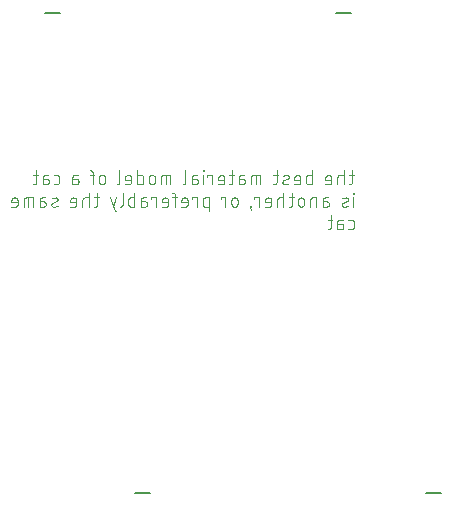
<source format=gbo>
G75*
%MOIN*%
%OFA0B0*%
%FSLAX25Y25*%
%IPPOS*%
%LPD*%
%AMOC8*
5,1,8,0,0,1.08239X$1,22.5*
%
%ADD10C,0.00400*%
%ADD11C,0.00800*%
D10*
X0284335Y0361925D02*
X0285613Y0361925D01*
X0285668Y0361927D01*
X0285722Y0361933D01*
X0285776Y0361943D01*
X0285829Y0361956D01*
X0285881Y0361973D01*
X0285932Y0361994D01*
X0285981Y0362019D01*
X0286028Y0362047D01*
X0286073Y0362078D01*
X0286115Y0362112D01*
X0286155Y0362150D01*
X0286193Y0362190D01*
X0286227Y0362232D01*
X0286258Y0362277D01*
X0286286Y0362324D01*
X0286311Y0362373D01*
X0286332Y0362424D01*
X0286349Y0362476D01*
X0286362Y0362529D01*
X0286372Y0362583D01*
X0286378Y0362637D01*
X0286380Y0362692D01*
X0286380Y0363969D01*
X0286380Y0363458D02*
X0284335Y0363458D01*
X0284335Y0363969D01*
X0284337Y0364032D01*
X0284343Y0364095D01*
X0284352Y0364157D01*
X0284366Y0364218D01*
X0284383Y0364279D01*
X0284404Y0364338D01*
X0284429Y0364396D01*
X0284457Y0364453D01*
X0284488Y0364507D01*
X0284523Y0364559D01*
X0284561Y0364610D01*
X0284602Y0364658D01*
X0284646Y0364703D01*
X0284692Y0364745D01*
X0284741Y0364785D01*
X0284792Y0364821D01*
X0284846Y0364854D01*
X0284901Y0364884D01*
X0284959Y0364910D01*
X0285017Y0364933D01*
X0285077Y0364952D01*
X0285138Y0364967D01*
X0285200Y0364979D01*
X0285263Y0364987D01*
X0285326Y0364991D01*
X0285388Y0364991D01*
X0285451Y0364987D01*
X0285514Y0364979D01*
X0285576Y0364967D01*
X0285637Y0364952D01*
X0285697Y0364933D01*
X0285755Y0364910D01*
X0285813Y0364884D01*
X0285868Y0364854D01*
X0285922Y0364821D01*
X0285973Y0364785D01*
X0286022Y0364745D01*
X0286068Y0364703D01*
X0286112Y0364658D01*
X0286153Y0364610D01*
X0286191Y0364559D01*
X0286226Y0364507D01*
X0286257Y0364453D01*
X0286285Y0364396D01*
X0286310Y0364338D01*
X0286331Y0364279D01*
X0286348Y0364218D01*
X0286362Y0364157D01*
X0286371Y0364095D01*
X0286377Y0364032D01*
X0286379Y0363969D01*
X0288474Y0364225D02*
X0288474Y0361925D01*
X0290007Y0361925D02*
X0290007Y0364992D01*
X0289241Y0364992D02*
X0291541Y0364992D01*
X0291541Y0361925D01*
X0293808Y0361925D02*
X0293808Y0364225D01*
X0293808Y0363714D02*
X0294958Y0363714D01*
X0293808Y0364225D02*
X0293810Y0364277D01*
X0293815Y0364329D01*
X0293824Y0364381D01*
X0293836Y0364432D01*
X0293852Y0364482D01*
X0293872Y0364531D01*
X0293894Y0364578D01*
X0293920Y0364624D01*
X0293948Y0364667D01*
X0293980Y0364709D01*
X0294014Y0364749D01*
X0294051Y0364786D01*
X0294091Y0364820D01*
X0294133Y0364852D01*
X0294176Y0364880D01*
X0294222Y0364906D01*
X0294269Y0364929D01*
X0294318Y0364948D01*
X0294368Y0364964D01*
X0294419Y0364976D01*
X0294471Y0364985D01*
X0294523Y0364990D01*
X0294575Y0364992D01*
X0295597Y0364992D01*
X0294958Y0363713D02*
X0295016Y0363711D01*
X0295075Y0363705D01*
X0295132Y0363696D01*
X0295189Y0363683D01*
X0295245Y0363666D01*
X0295300Y0363645D01*
X0295353Y0363621D01*
X0295405Y0363593D01*
X0295455Y0363562D01*
X0295502Y0363528D01*
X0295547Y0363491D01*
X0295590Y0363451D01*
X0295630Y0363408D01*
X0295667Y0363363D01*
X0295701Y0363316D01*
X0295732Y0363266D01*
X0295760Y0363214D01*
X0295784Y0363161D01*
X0295805Y0363106D01*
X0295822Y0363050D01*
X0295835Y0362993D01*
X0295844Y0362936D01*
X0295850Y0362877D01*
X0295852Y0362819D01*
X0295850Y0362761D01*
X0295844Y0362702D01*
X0295835Y0362645D01*
X0295822Y0362588D01*
X0295805Y0362532D01*
X0295784Y0362477D01*
X0295760Y0362424D01*
X0295732Y0362372D01*
X0295701Y0362322D01*
X0295667Y0362275D01*
X0295630Y0362230D01*
X0295590Y0362187D01*
X0295547Y0362147D01*
X0295502Y0362110D01*
X0295455Y0362076D01*
X0295405Y0362045D01*
X0295353Y0362017D01*
X0295300Y0361993D01*
X0295245Y0361972D01*
X0295189Y0361955D01*
X0295132Y0361942D01*
X0295075Y0361933D01*
X0295016Y0361927D01*
X0294958Y0361925D01*
X0293808Y0361925D01*
X0298068Y0363203D02*
X0299346Y0363714D01*
X0299346Y0363713D02*
X0299393Y0363734D01*
X0299438Y0363759D01*
X0299481Y0363786D01*
X0299521Y0363817D01*
X0299560Y0363851D01*
X0299595Y0363888D01*
X0299628Y0363927D01*
X0299657Y0363969D01*
X0299683Y0364013D01*
X0299706Y0364059D01*
X0299725Y0364106D01*
X0299740Y0364155D01*
X0299751Y0364205D01*
X0299759Y0364256D01*
X0299763Y0364307D01*
X0299762Y0364358D01*
X0299758Y0364409D01*
X0299750Y0364459D01*
X0299738Y0364509D01*
X0299722Y0364557D01*
X0299703Y0364605D01*
X0299680Y0364650D01*
X0299654Y0364694D01*
X0299624Y0364735D01*
X0299591Y0364775D01*
X0299555Y0364811D01*
X0299517Y0364845D01*
X0299476Y0364875D01*
X0299433Y0364903D01*
X0299387Y0364926D01*
X0299340Y0364947D01*
X0299292Y0364964D01*
X0299243Y0364976D01*
X0299192Y0364986D01*
X0299142Y0364991D01*
X0299091Y0364992D01*
X0299729Y0362181D02*
X0299606Y0362139D01*
X0299481Y0362100D01*
X0299356Y0362065D01*
X0299229Y0362034D01*
X0299101Y0362007D01*
X0298973Y0361984D01*
X0298844Y0361964D01*
X0298714Y0361949D01*
X0298585Y0361937D01*
X0298454Y0361929D01*
X0298324Y0361925D01*
X0298273Y0361926D01*
X0298223Y0361931D01*
X0298172Y0361941D01*
X0298123Y0361953D01*
X0298075Y0361970D01*
X0298028Y0361991D01*
X0297982Y0362014D01*
X0297939Y0362042D01*
X0297898Y0362072D01*
X0297860Y0362106D01*
X0297824Y0362142D01*
X0297791Y0362182D01*
X0297761Y0362223D01*
X0297735Y0362267D01*
X0297712Y0362312D01*
X0297693Y0362360D01*
X0297677Y0362408D01*
X0297665Y0362458D01*
X0297657Y0362508D01*
X0297653Y0362559D01*
X0297652Y0362610D01*
X0297656Y0362661D01*
X0297664Y0362712D01*
X0297675Y0362762D01*
X0297690Y0362811D01*
X0297709Y0362858D01*
X0297732Y0362904D01*
X0297758Y0362948D01*
X0297787Y0362990D01*
X0297820Y0363029D01*
X0297855Y0363066D01*
X0297894Y0363100D01*
X0297934Y0363131D01*
X0297977Y0363158D01*
X0298022Y0363183D01*
X0298069Y0363204D01*
X0297941Y0364736D02*
X0298031Y0364775D01*
X0298124Y0364811D01*
X0298217Y0364844D01*
X0298311Y0364873D01*
X0298406Y0364900D01*
X0298502Y0364923D01*
X0298599Y0364943D01*
X0298697Y0364959D01*
X0298795Y0364972D01*
X0298893Y0364982D01*
X0298992Y0364989D01*
X0299091Y0364992D01*
X0299482Y0369425D02*
X0298460Y0369425D01*
X0299482Y0369425D02*
X0299537Y0369427D01*
X0299591Y0369433D01*
X0299645Y0369443D01*
X0299698Y0369456D01*
X0299750Y0369473D01*
X0299801Y0369494D01*
X0299850Y0369519D01*
X0299897Y0369547D01*
X0299942Y0369578D01*
X0299984Y0369612D01*
X0300024Y0369650D01*
X0300062Y0369690D01*
X0300096Y0369732D01*
X0300127Y0369777D01*
X0300155Y0369824D01*
X0300180Y0369873D01*
X0300201Y0369924D01*
X0300218Y0369976D01*
X0300231Y0370029D01*
X0300241Y0370083D01*
X0300247Y0370137D01*
X0300249Y0370192D01*
X0300249Y0371725D01*
X0300247Y0371780D01*
X0300241Y0371834D01*
X0300231Y0371888D01*
X0300218Y0371941D01*
X0300201Y0371993D01*
X0300180Y0372044D01*
X0300155Y0372093D01*
X0300127Y0372140D01*
X0300096Y0372185D01*
X0300062Y0372227D01*
X0300024Y0372267D01*
X0299984Y0372305D01*
X0299942Y0372339D01*
X0299897Y0372370D01*
X0299850Y0372398D01*
X0299801Y0372423D01*
X0299750Y0372444D01*
X0299698Y0372461D01*
X0299645Y0372474D01*
X0299591Y0372484D01*
X0299537Y0372490D01*
X0299482Y0372492D01*
X0298460Y0372492D01*
X0296572Y0372492D02*
X0295550Y0372492D01*
X0295498Y0372490D01*
X0295446Y0372485D01*
X0295394Y0372476D01*
X0295343Y0372464D01*
X0295293Y0372448D01*
X0295244Y0372429D01*
X0295197Y0372406D01*
X0295151Y0372380D01*
X0295108Y0372352D01*
X0295066Y0372320D01*
X0295026Y0372286D01*
X0294989Y0372249D01*
X0294955Y0372209D01*
X0294923Y0372167D01*
X0294895Y0372124D01*
X0294869Y0372078D01*
X0294847Y0372031D01*
X0294827Y0371982D01*
X0294811Y0371932D01*
X0294799Y0371881D01*
X0294790Y0371829D01*
X0294785Y0371777D01*
X0294783Y0371725D01*
X0294783Y0369425D01*
X0295933Y0369425D01*
X0295991Y0369427D01*
X0296050Y0369433D01*
X0296107Y0369442D01*
X0296164Y0369455D01*
X0296220Y0369472D01*
X0296275Y0369493D01*
X0296328Y0369517D01*
X0296380Y0369545D01*
X0296430Y0369576D01*
X0296477Y0369610D01*
X0296522Y0369647D01*
X0296565Y0369687D01*
X0296605Y0369730D01*
X0296642Y0369775D01*
X0296676Y0369822D01*
X0296707Y0369872D01*
X0296735Y0369924D01*
X0296759Y0369977D01*
X0296780Y0370032D01*
X0296797Y0370088D01*
X0296810Y0370145D01*
X0296819Y0370202D01*
X0296825Y0370261D01*
X0296827Y0370319D01*
X0296825Y0370377D01*
X0296819Y0370436D01*
X0296810Y0370493D01*
X0296797Y0370550D01*
X0296780Y0370606D01*
X0296759Y0370661D01*
X0296735Y0370714D01*
X0296707Y0370766D01*
X0296676Y0370816D01*
X0296642Y0370863D01*
X0296605Y0370908D01*
X0296565Y0370951D01*
X0296522Y0370991D01*
X0296477Y0371028D01*
X0296430Y0371062D01*
X0296380Y0371093D01*
X0296328Y0371121D01*
X0296275Y0371145D01*
X0296220Y0371166D01*
X0296164Y0371183D01*
X0296107Y0371196D01*
X0296050Y0371205D01*
X0295991Y0371211D01*
X0295933Y0371213D01*
X0295933Y0371214D02*
X0294783Y0371214D01*
X0293135Y0372492D02*
X0291602Y0372492D01*
X0292624Y0374025D02*
X0292624Y0370192D01*
X0292622Y0370137D01*
X0292616Y0370083D01*
X0292606Y0370029D01*
X0292593Y0369976D01*
X0292576Y0369924D01*
X0292555Y0369873D01*
X0292530Y0369824D01*
X0292502Y0369777D01*
X0292471Y0369732D01*
X0292437Y0369690D01*
X0292399Y0369650D01*
X0292359Y0369612D01*
X0292317Y0369578D01*
X0292272Y0369547D01*
X0292225Y0369519D01*
X0292176Y0369494D01*
X0292125Y0369473D01*
X0292073Y0369456D01*
X0292020Y0369443D01*
X0291966Y0369433D01*
X0291912Y0369427D01*
X0291857Y0369425D01*
X0291602Y0369425D01*
X0289241Y0364992D02*
X0289186Y0364990D01*
X0289132Y0364984D01*
X0289078Y0364974D01*
X0289025Y0364961D01*
X0288973Y0364944D01*
X0288922Y0364923D01*
X0288873Y0364898D01*
X0288826Y0364870D01*
X0288781Y0364839D01*
X0288739Y0364805D01*
X0288699Y0364767D01*
X0288661Y0364727D01*
X0288627Y0364685D01*
X0288596Y0364640D01*
X0288568Y0364593D01*
X0288543Y0364544D01*
X0288522Y0364493D01*
X0288505Y0364441D01*
X0288492Y0364388D01*
X0288482Y0364334D01*
X0288476Y0364280D01*
X0288474Y0364225D01*
X0303985Y0363969D02*
X0303985Y0363458D01*
X0306030Y0363458D01*
X0306030Y0363969D02*
X0306030Y0362692D01*
X0306028Y0362637D01*
X0306022Y0362583D01*
X0306012Y0362529D01*
X0305999Y0362476D01*
X0305982Y0362424D01*
X0305961Y0362373D01*
X0305936Y0362324D01*
X0305908Y0362277D01*
X0305877Y0362232D01*
X0305843Y0362190D01*
X0305805Y0362150D01*
X0305765Y0362112D01*
X0305723Y0362078D01*
X0305678Y0362047D01*
X0305631Y0362019D01*
X0305582Y0361994D01*
X0305531Y0361973D01*
X0305479Y0361956D01*
X0305426Y0361943D01*
X0305372Y0361933D01*
X0305318Y0361927D01*
X0305263Y0361925D01*
X0303985Y0361925D01*
X0303985Y0363969D02*
X0303987Y0364032D01*
X0303993Y0364095D01*
X0304002Y0364157D01*
X0304016Y0364218D01*
X0304033Y0364279D01*
X0304054Y0364338D01*
X0304079Y0364396D01*
X0304107Y0364453D01*
X0304138Y0364507D01*
X0304173Y0364559D01*
X0304211Y0364610D01*
X0304252Y0364658D01*
X0304296Y0364703D01*
X0304342Y0364745D01*
X0304391Y0364785D01*
X0304442Y0364821D01*
X0304496Y0364854D01*
X0304551Y0364884D01*
X0304609Y0364910D01*
X0304667Y0364933D01*
X0304727Y0364952D01*
X0304788Y0364967D01*
X0304850Y0364979D01*
X0304913Y0364987D01*
X0304976Y0364991D01*
X0305038Y0364991D01*
X0305101Y0364987D01*
X0305164Y0364979D01*
X0305226Y0364967D01*
X0305287Y0364952D01*
X0305347Y0364933D01*
X0305405Y0364910D01*
X0305463Y0364884D01*
X0305518Y0364854D01*
X0305572Y0364821D01*
X0305623Y0364785D01*
X0305672Y0364745D01*
X0305718Y0364703D01*
X0305762Y0364658D01*
X0305803Y0364610D01*
X0305841Y0364559D01*
X0305876Y0364507D01*
X0305907Y0364453D01*
X0305935Y0364396D01*
X0305960Y0364338D01*
X0305981Y0364279D01*
X0305998Y0364218D01*
X0306012Y0364157D01*
X0306021Y0364095D01*
X0306027Y0364032D01*
X0306029Y0363969D01*
X0308035Y0364225D02*
X0308035Y0361925D01*
X0310080Y0361925D02*
X0310080Y0366525D01*
X0310080Y0364992D02*
X0308802Y0364992D01*
X0308747Y0364990D01*
X0308693Y0364984D01*
X0308639Y0364974D01*
X0308586Y0364961D01*
X0308534Y0364944D01*
X0308483Y0364923D01*
X0308434Y0364898D01*
X0308387Y0364870D01*
X0308342Y0364839D01*
X0308300Y0364805D01*
X0308260Y0364767D01*
X0308222Y0364727D01*
X0308188Y0364685D01*
X0308157Y0364640D01*
X0308129Y0364593D01*
X0308104Y0364544D01*
X0308083Y0364493D01*
X0308066Y0364441D01*
X0308053Y0364388D01*
X0308043Y0364334D01*
X0308037Y0364280D01*
X0308035Y0364225D01*
X0311927Y0364992D02*
X0313460Y0364992D01*
X0312949Y0366525D02*
X0312949Y0362692D01*
X0312950Y0362692D02*
X0312948Y0362637D01*
X0312942Y0362583D01*
X0312932Y0362529D01*
X0312919Y0362476D01*
X0312902Y0362424D01*
X0312881Y0362373D01*
X0312856Y0362324D01*
X0312828Y0362277D01*
X0312797Y0362232D01*
X0312763Y0362190D01*
X0312725Y0362150D01*
X0312685Y0362112D01*
X0312643Y0362078D01*
X0312598Y0362047D01*
X0312551Y0362019D01*
X0312502Y0361994D01*
X0312451Y0361973D01*
X0312399Y0361956D01*
X0312346Y0361943D01*
X0312292Y0361933D01*
X0312238Y0361927D01*
X0312183Y0361925D01*
X0311927Y0361925D01*
X0317185Y0364992D02*
X0318718Y0360392D01*
X0319230Y0360392D01*
X0318207Y0361925D02*
X0319230Y0364992D01*
X0321421Y0366525D02*
X0321421Y0362692D01*
X0321419Y0362637D01*
X0321413Y0362583D01*
X0321403Y0362529D01*
X0321390Y0362476D01*
X0321373Y0362424D01*
X0321352Y0362373D01*
X0321327Y0362324D01*
X0321299Y0362277D01*
X0321268Y0362232D01*
X0321234Y0362190D01*
X0321196Y0362150D01*
X0321156Y0362112D01*
X0321114Y0362078D01*
X0321069Y0362047D01*
X0321022Y0362019D01*
X0320973Y0361994D01*
X0320922Y0361973D01*
X0320870Y0361956D01*
X0320817Y0361943D01*
X0320763Y0361933D01*
X0320709Y0361927D01*
X0320654Y0361925D01*
X0323312Y0362692D02*
X0323312Y0364225D01*
X0323314Y0364277D01*
X0323319Y0364329D01*
X0323328Y0364381D01*
X0323340Y0364432D01*
X0323356Y0364482D01*
X0323376Y0364531D01*
X0323398Y0364578D01*
X0323424Y0364624D01*
X0323452Y0364667D01*
X0323484Y0364709D01*
X0323518Y0364749D01*
X0323555Y0364786D01*
X0323595Y0364820D01*
X0323637Y0364852D01*
X0323680Y0364880D01*
X0323726Y0364906D01*
X0323773Y0364929D01*
X0323822Y0364948D01*
X0323872Y0364964D01*
X0323923Y0364976D01*
X0323975Y0364985D01*
X0324027Y0364990D01*
X0324079Y0364992D01*
X0325356Y0364992D01*
X0325356Y0366525D02*
X0325356Y0361925D01*
X0324079Y0361925D01*
X0324024Y0361927D01*
X0323970Y0361933D01*
X0323916Y0361943D01*
X0323863Y0361956D01*
X0323811Y0361973D01*
X0323760Y0361994D01*
X0323711Y0362019D01*
X0323664Y0362047D01*
X0323619Y0362078D01*
X0323577Y0362112D01*
X0323537Y0362150D01*
X0323499Y0362190D01*
X0323465Y0362232D01*
X0323434Y0362277D01*
X0323406Y0362324D01*
X0323381Y0362373D01*
X0323360Y0362424D01*
X0323343Y0362476D01*
X0323330Y0362529D01*
X0323320Y0362583D01*
X0323314Y0362637D01*
X0323312Y0362692D01*
X0327558Y0361925D02*
X0327558Y0364225D01*
X0327558Y0363714D02*
X0328708Y0363714D01*
X0327558Y0364225D02*
X0327560Y0364277D01*
X0327565Y0364329D01*
X0327574Y0364381D01*
X0327586Y0364432D01*
X0327602Y0364482D01*
X0327622Y0364531D01*
X0327644Y0364578D01*
X0327670Y0364624D01*
X0327698Y0364667D01*
X0327730Y0364709D01*
X0327764Y0364749D01*
X0327801Y0364786D01*
X0327841Y0364820D01*
X0327883Y0364852D01*
X0327926Y0364880D01*
X0327972Y0364906D01*
X0328019Y0364929D01*
X0328068Y0364948D01*
X0328118Y0364964D01*
X0328169Y0364976D01*
X0328221Y0364985D01*
X0328273Y0364990D01*
X0328325Y0364992D01*
X0329347Y0364992D01*
X0331020Y0364992D02*
X0331020Y0364481D01*
X0331020Y0364992D02*
X0332553Y0364992D01*
X0332553Y0361925D01*
X0334585Y0361925D02*
X0335863Y0361925D01*
X0335918Y0361927D01*
X0335972Y0361933D01*
X0336026Y0361943D01*
X0336079Y0361956D01*
X0336131Y0361973D01*
X0336182Y0361994D01*
X0336231Y0362019D01*
X0336278Y0362047D01*
X0336323Y0362078D01*
X0336365Y0362112D01*
X0336405Y0362150D01*
X0336443Y0362190D01*
X0336477Y0362232D01*
X0336508Y0362277D01*
X0336536Y0362324D01*
X0336561Y0362373D01*
X0336582Y0362424D01*
X0336599Y0362476D01*
X0336612Y0362529D01*
X0336622Y0362583D01*
X0336628Y0362637D01*
X0336630Y0362692D01*
X0336630Y0363969D01*
X0336630Y0363458D02*
X0334585Y0363458D01*
X0334585Y0363969D01*
X0334587Y0364032D01*
X0334593Y0364095D01*
X0334602Y0364157D01*
X0334616Y0364218D01*
X0334633Y0364279D01*
X0334654Y0364338D01*
X0334679Y0364396D01*
X0334707Y0364453D01*
X0334738Y0364507D01*
X0334773Y0364559D01*
X0334811Y0364610D01*
X0334852Y0364658D01*
X0334896Y0364703D01*
X0334942Y0364745D01*
X0334991Y0364785D01*
X0335042Y0364821D01*
X0335096Y0364854D01*
X0335151Y0364884D01*
X0335209Y0364910D01*
X0335267Y0364933D01*
X0335327Y0364952D01*
X0335388Y0364967D01*
X0335450Y0364979D01*
X0335513Y0364987D01*
X0335576Y0364991D01*
X0335638Y0364991D01*
X0335701Y0364987D01*
X0335764Y0364979D01*
X0335826Y0364967D01*
X0335887Y0364952D01*
X0335947Y0364933D01*
X0336005Y0364910D01*
X0336063Y0364884D01*
X0336118Y0364854D01*
X0336172Y0364821D01*
X0336223Y0364785D01*
X0336272Y0364745D01*
X0336318Y0364703D01*
X0336362Y0364658D01*
X0336403Y0364610D01*
X0336441Y0364559D01*
X0336476Y0364507D01*
X0336507Y0364453D01*
X0336535Y0364396D01*
X0336560Y0364338D01*
X0336581Y0364279D01*
X0336598Y0364218D01*
X0336612Y0364157D01*
X0336621Y0364095D01*
X0336627Y0364032D01*
X0336629Y0363969D01*
X0337911Y0364992D02*
X0339444Y0364992D01*
X0338933Y0365758D02*
X0338933Y0361925D01*
X0341035Y0361925D02*
X0342313Y0361925D01*
X0342368Y0361927D01*
X0342422Y0361933D01*
X0342476Y0361943D01*
X0342529Y0361956D01*
X0342581Y0361973D01*
X0342632Y0361994D01*
X0342681Y0362019D01*
X0342728Y0362047D01*
X0342773Y0362078D01*
X0342815Y0362112D01*
X0342855Y0362150D01*
X0342893Y0362190D01*
X0342927Y0362232D01*
X0342958Y0362277D01*
X0342986Y0362324D01*
X0343011Y0362373D01*
X0343032Y0362424D01*
X0343049Y0362476D01*
X0343062Y0362529D01*
X0343072Y0362583D01*
X0343078Y0362637D01*
X0343080Y0362692D01*
X0343080Y0363969D01*
X0343080Y0363458D02*
X0341035Y0363458D01*
X0341035Y0363969D01*
X0341037Y0364032D01*
X0341043Y0364095D01*
X0341052Y0364157D01*
X0341066Y0364218D01*
X0341083Y0364279D01*
X0341104Y0364338D01*
X0341129Y0364396D01*
X0341157Y0364453D01*
X0341188Y0364507D01*
X0341223Y0364559D01*
X0341261Y0364610D01*
X0341302Y0364658D01*
X0341346Y0364703D01*
X0341392Y0364745D01*
X0341441Y0364785D01*
X0341492Y0364821D01*
X0341546Y0364854D01*
X0341601Y0364884D01*
X0341659Y0364910D01*
X0341717Y0364933D01*
X0341777Y0364952D01*
X0341838Y0364967D01*
X0341900Y0364979D01*
X0341963Y0364987D01*
X0342026Y0364991D01*
X0342088Y0364991D01*
X0342151Y0364987D01*
X0342214Y0364979D01*
X0342276Y0364967D01*
X0342337Y0364952D01*
X0342397Y0364933D01*
X0342455Y0364910D01*
X0342513Y0364884D01*
X0342568Y0364854D01*
X0342622Y0364821D01*
X0342673Y0364785D01*
X0342722Y0364745D01*
X0342768Y0364703D01*
X0342812Y0364658D01*
X0342853Y0364610D01*
X0342891Y0364559D01*
X0342926Y0364507D01*
X0342957Y0364453D01*
X0342985Y0364396D01*
X0343010Y0364338D01*
X0343031Y0364279D01*
X0343048Y0364218D01*
X0343062Y0364157D01*
X0343071Y0364095D01*
X0343077Y0364032D01*
X0343079Y0363969D01*
X0344520Y0364481D02*
X0344520Y0364992D01*
X0346053Y0364992D01*
X0346053Y0361925D01*
X0348062Y0362692D02*
X0348062Y0364225D01*
X0348064Y0364280D01*
X0348070Y0364334D01*
X0348080Y0364388D01*
X0348093Y0364441D01*
X0348110Y0364493D01*
X0348131Y0364544D01*
X0348156Y0364593D01*
X0348184Y0364640D01*
X0348215Y0364685D01*
X0348249Y0364727D01*
X0348287Y0364767D01*
X0348327Y0364805D01*
X0348369Y0364839D01*
X0348414Y0364870D01*
X0348461Y0364898D01*
X0348510Y0364923D01*
X0348561Y0364944D01*
X0348613Y0364961D01*
X0348666Y0364974D01*
X0348720Y0364984D01*
X0348774Y0364990D01*
X0348829Y0364992D01*
X0350106Y0364992D01*
X0350106Y0360392D01*
X0350106Y0361925D02*
X0348829Y0361925D01*
X0348777Y0361927D01*
X0348725Y0361932D01*
X0348673Y0361941D01*
X0348622Y0361953D01*
X0348572Y0361969D01*
X0348523Y0361988D01*
X0348476Y0362011D01*
X0348430Y0362037D01*
X0348387Y0362065D01*
X0348345Y0362097D01*
X0348305Y0362131D01*
X0348268Y0362168D01*
X0348234Y0362208D01*
X0348202Y0362250D01*
X0348174Y0362293D01*
X0348148Y0362339D01*
X0348126Y0362386D01*
X0348106Y0362435D01*
X0348090Y0362485D01*
X0348078Y0362536D01*
X0348069Y0362588D01*
X0348064Y0362640D01*
X0348062Y0362692D01*
X0354120Y0364481D02*
X0354120Y0364992D01*
X0355653Y0364992D01*
X0355653Y0361925D01*
X0357685Y0362947D02*
X0357685Y0363969D01*
X0357687Y0364032D01*
X0357693Y0364095D01*
X0357702Y0364157D01*
X0357716Y0364218D01*
X0357733Y0364279D01*
X0357754Y0364338D01*
X0357779Y0364396D01*
X0357807Y0364453D01*
X0357838Y0364507D01*
X0357873Y0364559D01*
X0357911Y0364610D01*
X0357952Y0364658D01*
X0357996Y0364703D01*
X0358042Y0364745D01*
X0358091Y0364785D01*
X0358142Y0364821D01*
X0358196Y0364854D01*
X0358251Y0364884D01*
X0358309Y0364910D01*
X0358367Y0364933D01*
X0358427Y0364952D01*
X0358488Y0364967D01*
X0358550Y0364979D01*
X0358613Y0364987D01*
X0358676Y0364991D01*
X0358738Y0364991D01*
X0358801Y0364987D01*
X0358864Y0364979D01*
X0358926Y0364967D01*
X0358987Y0364952D01*
X0359047Y0364933D01*
X0359105Y0364910D01*
X0359163Y0364884D01*
X0359218Y0364854D01*
X0359272Y0364821D01*
X0359323Y0364785D01*
X0359372Y0364745D01*
X0359418Y0364703D01*
X0359462Y0364658D01*
X0359503Y0364610D01*
X0359541Y0364559D01*
X0359576Y0364507D01*
X0359607Y0364453D01*
X0359635Y0364396D01*
X0359660Y0364338D01*
X0359681Y0364279D01*
X0359698Y0364218D01*
X0359712Y0364157D01*
X0359721Y0364095D01*
X0359727Y0364032D01*
X0359729Y0363969D01*
X0359729Y0362947D01*
X0359727Y0362884D01*
X0359721Y0362821D01*
X0359712Y0362759D01*
X0359698Y0362698D01*
X0359681Y0362637D01*
X0359660Y0362578D01*
X0359635Y0362520D01*
X0359607Y0362463D01*
X0359576Y0362409D01*
X0359541Y0362357D01*
X0359503Y0362306D01*
X0359462Y0362258D01*
X0359418Y0362213D01*
X0359372Y0362171D01*
X0359323Y0362131D01*
X0359272Y0362095D01*
X0359218Y0362062D01*
X0359163Y0362032D01*
X0359105Y0362006D01*
X0359047Y0361983D01*
X0358987Y0361964D01*
X0358926Y0361949D01*
X0358864Y0361937D01*
X0358801Y0361929D01*
X0358738Y0361925D01*
X0358676Y0361925D01*
X0358613Y0361929D01*
X0358550Y0361937D01*
X0358488Y0361949D01*
X0358427Y0361964D01*
X0358367Y0361983D01*
X0358309Y0362006D01*
X0358251Y0362032D01*
X0358196Y0362062D01*
X0358142Y0362095D01*
X0358091Y0362131D01*
X0358042Y0362171D01*
X0357996Y0362213D01*
X0357952Y0362258D01*
X0357911Y0362306D01*
X0357873Y0362357D01*
X0357838Y0362409D01*
X0357807Y0362463D01*
X0357779Y0362520D01*
X0357754Y0362578D01*
X0357733Y0362637D01*
X0357716Y0362698D01*
X0357702Y0362759D01*
X0357693Y0362821D01*
X0357687Y0362884D01*
X0357685Y0362947D01*
X0363846Y0362181D02*
X0363846Y0361925D01*
X0364230Y0360903D01*
X0364102Y0361925D02*
X0364102Y0362181D01*
X0363846Y0362181D01*
X0363846Y0361925D02*
X0364102Y0361925D01*
X0366903Y0361925D02*
X0366903Y0364992D01*
X0365370Y0364992D01*
X0365370Y0364481D01*
X0368935Y0363969D02*
X0368935Y0363458D01*
X0370979Y0363458D01*
X0370979Y0363969D02*
X0370979Y0362692D01*
X0370980Y0362692D02*
X0370978Y0362637D01*
X0370972Y0362583D01*
X0370962Y0362529D01*
X0370949Y0362476D01*
X0370932Y0362424D01*
X0370911Y0362373D01*
X0370886Y0362324D01*
X0370858Y0362277D01*
X0370827Y0362232D01*
X0370793Y0362190D01*
X0370755Y0362150D01*
X0370715Y0362112D01*
X0370673Y0362078D01*
X0370628Y0362047D01*
X0370581Y0362019D01*
X0370532Y0361994D01*
X0370481Y0361973D01*
X0370429Y0361956D01*
X0370376Y0361943D01*
X0370322Y0361933D01*
X0370268Y0361927D01*
X0370213Y0361925D01*
X0368935Y0361925D01*
X0368935Y0363969D02*
X0368937Y0364032D01*
X0368943Y0364095D01*
X0368952Y0364157D01*
X0368966Y0364218D01*
X0368983Y0364279D01*
X0369004Y0364338D01*
X0369029Y0364396D01*
X0369057Y0364453D01*
X0369088Y0364507D01*
X0369123Y0364559D01*
X0369161Y0364610D01*
X0369202Y0364658D01*
X0369246Y0364703D01*
X0369292Y0364745D01*
X0369341Y0364785D01*
X0369392Y0364821D01*
X0369446Y0364854D01*
X0369501Y0364884D01*
X0369559Y0364910D01*
X0369617Y0364933D01*
X0369677Y0364952D01*
X0369738Y0364967D01*
X0369800Y0364979D01*
X0369863Y0364987D01*
X0369926Y0364991D01*
X0369988Y0364991D01*
X0370051Y0364987D01*
X0370114Y0364979D01*
X0370176Y0364967D01*
X0370237Y0364952D01*
X0370297Y0364933D01*
X0370355Y0364910D01*
X0370413Y0364884D01*
X0370468Y0364854D01*
X0370522Y0364821D01*
X0370573Y0364785D01*
X0370622Y0364745D01*
X0370668Y0364703D01*
X0370712Y0364658D01*
X0370753Y0364610D01*
X0370791Y0364559D01*
X0370826Y0364507D01*
X0370857Y0364453D01*
X0370885Y0364396D01*
X0370910Y0364338D01*
X0370931Y0364279D01*
X0370948Y0364218D01*
X0370962Y0364157D01*
X0370971Y0364095D01*
X0370977Y0364032D01*
X0370979Y0363969D01*
X0372985Y0364225D02*
X0372985Y0361925D01*
X0375029Y0361925D02*
X0375029Y0366525D01*
X0375029Y0364992D02*
X0373752Y0364992D01*
X0373697Y0364990D01*
X0373643Y0364984D01*
X0373589Y0364974D01*
X0373536Y0364961D01*
X0373484Y0364944D01*
X0373433Y0364923D01*
X0373384Y0364898D01*
X0373337Y0364870D01*
X0373292Y0364839D01*
X0373250Y0364805D01*
X0373210Y0364767D01*
X0373172Y0364727D01*
X0373138Y0364685D01*
X0373107Y0364640D01*
X0373079Y0364593D01*
X0373054Y0364544D01*
X0373033Y0364493D01*
X0373016Y0364441D01*
X0373003Y0364388D01*
X0372993Y0364334D01*
X0372987Y0364280D01*
X0372985Y0364225D01*
X0376877Y0364992D02*
X0378410Y0364992D01*
X0377899Y0366525D02*
X0377899Y0362692D01*
X0377900Y0362692D02*
X0377898Y0362637D01*
X0377892Y0362583D01*
X0377882Y0362529D01*
X0377869Y0362476D01*
X0377852Y0362424D01*
X0377831Y0362373D01*
X0377806Y0362324D01*
X0377778Y0362277D01*
X0377747Y0362232D01*
X0377713Y0362190D01*
X0377675Y0362150D01*
X0377635Y0362112D01*
X0377593Y0362078D01*
X0377548Y0362047D01*
X0377501Y0362019D01*
X0377452Y0361994D01*
X0377401Y0361973D01*
X0377349Y0361956D01*
X0377296Y0361943D01*
X0377242Y0361933D01*
X0377188Y0361927D01*
X0377133Y0361925D01*
X0376877Y0361925D01*
X0379885Y0362947D02*
X0379885Y0363969D01*
X0379887Y0364032D01*
X0379893Y0364095D01*
X0379902Y0364157D01*
X0379916Y0364218D01*
X0379933Y0364279D01*
X0379954Y0364338D01*
X0379979Y0364396D01*
X0380007Y0364453D01*
X0380038Y0364507D01*
X0380073Y0364559D01*
X0380111Y0364610D01*
X0380152Y0364658D01*
X0380196Y0364703D01*
X0380242Y0364745D01*
X0380291Y0364785D01*
X0380342Y0364821D01*
X0380396Y0364854D01*
X0380451Y0364884D01*
X0380509Y0364910D01*
X0380567Y0364933D01*
X0380627Y0364952D01*
X0380688Y0364967D01*
X0380750Y0364979D01*
X0380813Y0364987D01*
X0380876Y0364991D01*
X0380938Y0364991D01*
X0381001Y0364987D01*
X0381064Y0364979D01*
X0381126Y0364967D01*
X0381187Y0364952D01*
X0381247Y0364933D01*
X0381305Y0364910D01*
X0381363Y0364884D01*
X0381418Y0364854D01*
X0381472Y0364821D01*
X0381523Y0364785D01*
X0381572Y0364745D01*
X0381618Y0364703D01*
X0381662Y0364658D01*
X0381703Y0364610D01*
X0381741Y0364559D01*
X0381776Y0364507D01*
X0381807Y0364453D01*
X0381835Y0364396D01*
X0381860Y0364338D01*
X0381881Y0364279D01*
X0381898Y0364218D01*
X0381912Y0364157D01*
X0381921Y0364095D01*
X0381927Y0364032D01*
X0381929Y0363969D01*
X0381929Y0362947D01*
X0381927Y0362884D01*
X0381921Y0362821D01*
X0381912Y0362759D01*
X0381898Y0362698D01*
X0381881Y0362637D01*
X0381860Y0362578D01*
X0381835Y0362520D01*
X0381807Y0362463D01*
X0381776Y0362409D01*
X0381741Y0362357D01*
X0381703Y0362306D01*
X0381662Y0362258D01*
X0381618Y0362213D01*
X0381572Y0362171D01*
X0381523Y0362131D01*
X0381472Y0362095D01*
X0381418Y0362062D01*
X0381363Y0362032D01*
X0381305Y0362006D01*
X0381247Y0361983D01*
X0381187Y0361964D01*
X0381126Y0361949D01*
X0381064Y0361937D01*
X0381001Y0361929D01*
X0380938Y0361925D01*
X0380876Y0361925D01*
X0380813Y0361929D01*
X0380750Y0361937D01*
X0380688Y0361949D01*
X0380627Y0361964D01*
X0380567Y0361983D01*
X0380509Y0362006D01*
X0380451Y0362032D01*
X0380396Y0362062D01*
X0380342Y0362095D01*
X0380291Y0362131D01*
X0380242Y0362171D01*
X0380196Y0362213D01*
X0380152Y0362258D01*
X0380111Y0362306D01*
X0380073Y0362357D01*
X0380038Y0362409D01*
X0380007Y0362463D01*
X0379979Y0362520D01*
X0379954Y0362578D01*
X0379933Y0362637D01*
X0379916Y0362698D01*
X0379902Y0362759D01*
X0379893Y0362821D01*
X0379887Y0362884D01*
X0379885Y0362947D01*
X0383935Y0361925D02*
X0383935Y0364225D01*
X0383937Y0364280D01*
X0383943Y0364334D01*
X0383953Y0364388D01*
X0383966Y0364441D01*
X0383983Y0364493D01*
X0384004Y0364544D01*
X0384029Y0364593D01*
X0384057Y0364640D01*
X0384088Y0364685D01*
X0384122Y0364727D01*
X0384160Y0364767D01*
X0384200Y0364805D01*
X0384242Y0364839D01*
X0384287Y0364870D01*
X0384334Y0364898D01*
X0384383Y0364923D01*
X0384434Y0364944D01*
X0384486Y0364961D01*
X0384539Y0364974D01*
X0384593Y0364984D01*
X0384647Y0364990D01*
X0384702Y0364992D01*
X0385979Y0364992D01*
X0385979Y0361925D01*
X0388158Y0361925D02*
X0388158Y0364225D01*
X0388158Y0363714D02*
X0389308Y0363714D01*
X0388158Y0364225D02*
X0388160Y0364277D01*
X0388165Y0364329D01*
X0388174Y0364381D01*
X0388186Y0364432D01*
X0388202Y0364482D01*
X0388222Y0364531D01*
X0388244Y0364578D01*
X0388270Y0364624D01*
X0388298Y0364667D01*
X0388330Y0364709D01*
X0388364Y0364749D01*
X0388401Y0364786D01*
X0388441Y0364820D01*
X0388483Y0364852D01*
X0388526Y0364880D01*
X0388572Y0364906D01*
X0388619Y0364929D01*
X0388668Y0364948D01*
X0388718Y0364964D01*
X0388769Y0364976D01*
X0388821Y0364985D01*
X0388873Y0364990D01*
X0388925Y0364992D01*
X0389947Y0364992D01*
X0389308Y0363713D02*
X0389366Y0363711D01*
X0389425Y0363705D01*
X0389482Y0363696D01*
X0389539Y0363683D01*
X0389595Y0363666D01*
X0389650Y0363645D01*
X0389703Y0363621D01*
X0389755Y0363593D01*
X0389805Y0363562D01*
X0389852Y0363528D01*
X0389897Y0363491D01*
X0389940Y0363451D01*
X0389980Y0363408D01*
X0390017Y0363363D01*
X0390051Y0363316D01*
X0390082Y0363266D01*
X0390110Y0363214D01*
X0390134Y0363161D01*
X0390155Y0363106D01*
X0390172Y0363050D01*
X0390185Y0362993D01*
X0390194Y0362936D01*
X0390200Y0362877D01*
X0390202Y0362819D01*
X0390200Y0362761D01*
X0390194Y0362702D01*
X0390185Y0362645D01*
X0390172Y0362588D01*
X0390155Y0362532D01*
X0390134Y0362477D01*
X0390110Y0362424D01*
X0390082Y0362372D01*
X0390051Y0362322D01*
X0390017Y0362275D01*
X0389980Y0362230D01*
X0389940Y0362187D01*
X0389897Y0362147D01*
X0389852Y0362110D01*
X0389805Y0362076D01*
X0389755Y0362045D01*
X0389703Y0362017D01*
X0389650Y0361993D01*
X0389595Y0361972D01*
X0389539Y0361955D01*
X0389482Y0361942D01*
X0389425Y0361933D01*
X0389366Y0361927D01*
X0389308Y0361925D01*
X0388158Y0361925D01*
X0390810Y0359025D02*
X0390810Y0355192D01*
X0390808Y0355137D01*
X0390802Y0355083D01*
X0390792Y0355029D01*
X0390779Y0354976D01*
X0390762Y0354924D01*
X0390741Y0354873D01*
X0390716Y0354824D01*
X0390688Y0354777D01*
X0390657Y0354732D01*
X0390623Y0354690D01*
X0390585Y0354650D01*
X0390545Y0354612D01*
X0390503Y0354578D01*
X0390458Y0354547D01*
X0390411Y0354519D01*
X0390362Y0354494D01*
X0390311Y0354473D01*
X0390259Y0354456D01*
X0390206Y0354443D01*
X0390152Y0354433D01*
X0390098Y0354427D01*
X0390043Y0354425D01*
X0389788Y0354425D01*
X0389788Y0357492D02*
X0391321Y0357492D01*
X0392969Y0356725D02*
X0392969Y0354425D01*
X0394119Y0354425D01*
X0394177Y0354427D01*
X0394236Y0354433D01*
X0394293Y0354442D01*
X0394350Y0354455D01*
X0394406Y0354472D01*
X0394461Y0354493D01*
X0394514Y0354517D01*
X0394566Y0354545D01*
X0394616Y0354576D01*
X0394663Y0354610D01*
X0394708Y0354647D01*
X0394751Y0354687D01*
X0394791Y0354730D01*
X0394828Y0354775D01*
X0394862Y0354822D01*
X0394893Y0354872D01*
X0394921Y0354924D01*
X0394945Y0354977D01*
X0394966Y0355032D01*
X0394983Y0355088D01*
X0394996Y0355145D01*
X0395005Y0355202D01*
X0395011Y0355261D01*
X0395013Y0355319D01*
X0395011Y0355377D01*
X0395005Y0355436D01*
X0394996Y0355493D01*
X0394983Y0355550D01*
X0394966Y0355606D01*
X0394945Y0355661D01*
X0394921Y0355714D01*
X0394893Y0355766D01*
X0394862Y0355816D01*
X0394828Y0355863D01*
X0394791Y0355908D01*
X0394751Y0355951D01*
X0394708Y0355991D01*
X0394663Y0356028D01*
X0394616Y0356062D01*
X0394566Y0356093D01*
X0394514Y0356121D01*
X0394461Y0356145D01*
X0394406Y0356166D01*
X0394350Y0356183D01*
X0394293Y0356196D01*
X0394236Y0356205D01*
X0394177Y0356211D01*
X0394119Y0356213D01*
X0394119Y0356214D02*
X0392969Y0356214D01*
X0392969Y0356725D02*
X0392971Y0356777D01*
X0392976Y0356829D01*
X0392985Y0356881D01*
X0392997Y0356932D01*
X0393013Y0356982D01*
X0393033Y0357031D01*
X0393055Y0357078D01*
X0393081Y0357124D01*
X0393109Y0357167D01*
X0393141Y0357209D01*
X0393175Y0357249D01*
X0393212Y0357286D01*
X0393252Y0357320D01*
X0393294Y0357352D01*
X0393337Y0357380D01*
X0393383Y0357406D01*
X0393430Y0357429D01*
X0393479Y0357448D01*
X0393529Y0357464D01*
X0393580Y0357476D01*
X0393632Y0357485D01*
X0393684Y0357490D01*
X0393736Y0357492D01*
X0394758Y0357492D01*
X0396646Y0357492D02*
X0397668Y0357492D01*
X0397723Y0357490D01*
X0397777Y0357484D01*
X0397831Y0357474D01*
X0397884Y0357461D01*
X0397936Y0357444D01*
X0397987Y0357423D01*
X0398036Y0357398D01*
X0398083Y0357370D01*
X0398128Y0357339D01*
X0398170Y0357305D01*
X0398210Y0357267D01*
X0398248Y0357227D01*
X0398282Y0357185D01*
X0398313Y0357140D01*
X0398341Y0357093D01*
X0398366Y0357044D01*
X0398387Y0356993D01*
X0398404Y0356941D01*
X0398417Y0356888D01*
X0398427Y0356834D01*
X0398433Y0356780D01*
X0398435Y0356725D01*
X0398435Y0355192D01*
X0398433Y0355137D01*
X0398427Y0355083D01*
X0398417Y0355029D01*
X0398404Y0354976D01*
X0398387Y0354924D01*
X0398366Y0354873D01*
X0398341Y0354824D01*
X0398313Y0354777D01*
X0398282Y0354732D01*
X0398248Y0354690D01*
X0398210Y0354650D01*
X0398170Y0354612D01*
X0398128Y0354578D01*
X0398083Y0354547D01*
X0398036Y0354519D01*
X0397987Y0354494D01*
X0397936Y0354473D01*
X0397884Y0354456D01*
X0397831Y0354443D01*
X0397777Y0354433D01*
X0397723Y0354427D01*
X0397668Y0354425D01*
X0396646Y0354425D01*
X0398307Y0361925D02*
X0398307Y0364992D01*
X0398179Y0366269D02*
X0398435Y0366269D01*
X0398435Y0366525D01*
X0398179Y0366525D01*
X0398179Y0366269D01*
X0395841Y0364992D02*
X0395892Y0364991D01*
X0395942Y0364986D01*
X0395993Y0364976D01*
X0396042Y0364964D01*
X0396090Y0364947D01*
X0396137Y0364926D01*
X0396183Y0364903D01*
X0396226Y0364875D01*
X0396267Y0364845D01*
X0396305Y0364811D01*
X0396341Y0364775D01*
X0396374Y0364735D01*
X0396404Y0364694D01*
X0396430Y0364650D01*
X0396453Y0364605D01*
X0396472Y0364557D01*
X0396488Y0364509D01*
X0396500Y0364459D01*
X0396508Y0364409D01*
X0396512Y0364358D01*
X0396513Y0364307D01*
X0396509Y0364256D01*
X0396501Y0364205D01*
X0396490Y0364155D01*
X0396475Y0364106D01*
X0396456Y0364059D01*
X0396433Y0364013D01*
X0396407Y0363969D01*
X0396378Y0363927D01*
X0396345Y0363888D01*
X0396310Y0363851D01*
X0396271Y0363817D01*
X0396231Y0363786D01*
X0396188Y0363759D01*
X0396143Y0363734D01*
X0396096Y0363713D01*
X0396096Y0363714D02*
X0394818Y0363203D01*
X0394818Y0363204D02*
X0394771Y0363183D01*
X0394726Y0363158D01*
X0394683Y0363131D01*
X0394643Y0363100D01*
X0394604Y0363066D01*
X0394569Y0363029D01*
X0394536Y0362990D01*
X0394507Y0362948D01*
X0394481Y0362904D01*
X0394458Y0362858D01*
X0394439Y0362811D01*
X0394424Y0362762D01*
X0394413Y0362712D01*
X0394405Y0362661D01*
X0394401Y0362610D01*
X0394402Y0362559D01*
X0394406Y0362508D01*
X0394414Y0362458D01*
X0394426Y0362408D01*
X0394442Y0362360D01*
X0394461Y0362312D01*
X0394484Y0362267D01*
X0394510Y0362223D01*
X0394540Y0362182D01*
X0394573Y0362142D01*
X0394609Y0362106D01*
X0394647Y0362072D01*
X0394688Y0362042D01*
X0394731Y0362014D01*
X0394777Y0361991D01*
X0394824Y0361970D01*
X0394872Y0361953D01*
X0394921Y0361941D01*
X0394972Y0361931D01*
X0395022Y0361926D01*
X0395073Y0361925D01*
X0394691Y0364736D02*
X0394781Y0364775D01*
X0394874Y0364811D01*
X0394967Y0364844D01*
X0395061Y0364873D01*
X0395156Y0364900D01*
X0395252Y0364923D01*
X0395349Y0364943D01*
X0395447Y0364959D01*
X0395545Y0364972D01*
X0395643Y0364982D01*
X0395742Y0364989D01*
X0395841Y0364992D01*
X0396479Y0362181D02*
X0396356Y0362139D01*
X0396231Y0362100D01*
X0396106Y0362065D01*
X0395979Y0362034D01*
X0395851Y0362007D01*
X0395723Y0361984D01*
X0395594Y0361964D01*
X0395464Y0361949D01*
X0395335Y0361937D01*
X0395204Y0361929D01*
X0395074Y0361925D01*
X0395054Y0369425D02*
X0395054Y0374025D01*
X0395054Y0372492D02*
X0393776Y0372492D01*
X0393721Y0372490D01*
X0393667Y0372484D01*
X0393613Y0372474D01*
X0393560Y0372461D01*
X0393508Y0372444D01*
X0393457Y0372423D01*
X0393408Y0372398D01*
X0393361Y0372370D01*
X0393316Y0372339D01*
X0393274Y0372305D01*
X0393234Y0372267D01*
X0393196Y0372227D01*
X0393162Y0372185D01*
X0393131Y0372140D01*
X0393103Y0372093D01*
X0393078Y0372044D01*
X0393057Y0371993D01*
X0393040Y0371941D01*
X0393027Y0371888D01*
X0393017Y0371834D01*
X0393011Y0371780D01*
X0393009Y0371725D01*
X0393010Y0371725D02*
X0393010Y0369425D01*
X0391004Y0370192D02*
X0391004Y0371469D01*
X0391004Y0370958D02*
X0388960Y0370958D01*
X0388960Y0371469D01*
X0388962Y0371532D01*
X0388968Y0371595D01*
X0388977Y0371657D01*
X0388991Y0371718D01*
X0389008Y0371779D01*
X0389029Y0371838D01*
X0389054Y0371896D01*
X0389082Y0371953D01*
X0389113Y0372007D01*
X0389148Y0372059D01*
X0389186Y0372110D01*
X0389227Y0372158D01*
X0389271Y0372203D01*
X0389317Y0372245D01*
X0389366Y0372285D01*
X0389417Y0372321D01*
X0389471Y0372354D01*
X0389526Y0372384D01*
X0389584Y0372410D01*
X0389642Y0372433D01*
X0389702Y0372452D01*
X0389763Y0372467D01*
X0389825Y0372479D01*
X0389888Y0372487D01*
X0389951Y0372491D01*
X0390013Y0372491D01*
X0390076Y0372487D01*
X0390139Y0372479D01*
X0390201Y0372467D01*
X0390262Y0372452D01*
X0390322Y0372433D01*
X0390380Y0372410D01*
X0390438Y0372384D01*
X0390493Y0372354D01*
X0390547Y0372321D01*
X0390598Y0372285D01*
X0390647Y0372245D01*
X0390693Y0372203D01*
X0390737Y0372158D01*
X0390778Y0372110D01*
X0390816Y0372059D01*
X0390851Y0372007D01*
X0390882Y0371953D01*
X0390910Y0371896D01*
X0390935Y0371838D01*
X0390956Y0371779D01*
X0390973Y0371718D01*
X0390987Y0371657D01*
X0390996Y0371595D01*
X0391002Y0371532D01*
X0391004Y0371469D01*
X0391005Y0370192D02*
X0391003Y0370137D01*
X0390997Y0370083D01*
X0390987Y0370029D01*
X0390974Y0369976D01*
X0390957Y0369924D01*
X0390936Y0369873D01*
X0390911Y0369824D01*
X0390883Y0369777D01*
X0390852Y0369732D01*
X0390818Y0369690D01*
X0390780Y0369650D01*
X0390740Y0369612D01*
X0390698Y0369578D01*
X0390653Y0369547D01*
X0390606Y0369519D01*
X0390557Y0369494D01*
X0390506Y0369473D01*
X0390454Y0369456D01*
X0390401Y0369443D01*
X0390347Y0369433D01*
X0390293Y0369427D01*
X0390238Y0369425D01*
X0388960Y0369425D01*
X0384531Y0369425D02*
X0383253Y0369425D01*
X0383198Y0369427D01*
X0383144Y0369433D01*
X0383090Y0369443D01*
X0383037Y0369456D01*
X0382985Y0369473D01*
X0382934Y0369494D01*
X0382885Y0369519D01*
X0382838Y0369547D01*
X0382793Y0369578D01*
X0382751Y0369612D01*
X0382711Y0369650D01*
X0382673Y0369690D01*
X0382639Y0369732D01*
X0382608Y0369777D01*
X0382580Y0369824D01*
X0382555Y0369873D01*
X0382534Y0369924D01*
X0382517Y0369976D01*
X0382504Y0370029D01*
X0382494Y0370083D01*
X0382488Y0370137D01*
X0382486Y0370192D01*
X0382487Y0370192D02*
X0382487Y0371725D01*
X0382486Y0371725D02*
X0382488Y0371777D01*
X0382493Y0371829D01*
X0382502Y0371881D01*
X0382514Y0371932D01*
X0382530Y0371982D01*
X0382550Y0372031D01*
X0382572Y0372078D01*
X0382598Y0372124D01*
X0382626Y0372167D01*
X0382658Y0372209D01*
X0382692Y0372249D01*
X0382729Y0372286D01*
X0382769Y0372320D01*
X0382811Y0372352D01*
X0382854Y0372380D01*
X0382900Y0372406D01*
X0382947Y0372429D01*
X0382996Y0372448D01*
X0383046Y0372464D01*
X0383097Y0372476D01*
X0383149Y0372485D01*
X0383201Y0372490D01*
X0383253Y0372492D01*
X0384531Y0372492D01*
X0384531Y0374025D02*
X0384531Y0369425D01*
X0380654Y0370192D02*
X0380654Y0371469D01*
X0380654Y0370958D02*
X0378610Y0370958D01*
X0378610Y0371469D01*
X0378612Y0371532D01*
X0378618Y0371595D01*
X0378627Y0371657D01*
X0378641Y0371718D01*
X0378658Y0371779D01*
X0378679Y0371838D01*
X0378704Y0371896D01*
X0378732Y0371953D01*
X0378763Y0372007D01*
X0378798Y0372059D01*
X0378836Y0372110D01*
X0378877Y0372158D01*
X0378921Y0372203D01*
X0378967Y0372245D01*
X0379016Y0372285D01*
X0379067Y0372321D01*
X0379121Y0372354D01*
X0379176Y0372384D01*
X0379234Y0372410D01*
X0379292Y0372433D01*
X0379352Y0372452D01*
X0379413Y0372467D01*
X0379475Y0372479D01*
X0379538Y0372487D01*
X0379601Y0372491D01*
X0379663Y0372491D01*
X0379726Y0372487D01*
X0379789Y0372479D01*
X0379851Y0372467D01*
X0379912Y0372452D01*
X0379972Y0372433D01*
X0380030Y0372410D01*
X0380088Y0372384D01*
X0380143Y0372354D01*
X0380197Y0372321D01*
X0380248Y0372285D01*
X0380297Y0372245D01*
X0380343Y0372203D01*
X0380387Y0372158D01*
X0380428Y0372110D01*
X0380466Y0372059D01*
X0380501Y0372007D01*
X0380532Y0371953D01*
X0380560Y0371896D01*
X0380585Y0371838D01*
X0380606Y0371779D01*
X0380623Y0371718D01*
X0380637Y0371657D01*
X0380646Y0371595D01*
X0380652Y0371532D01*
X0380654Y0371469D01*
X0380655Y0370192D02*
X0380653Y0370137D01*
X0380647Y0370083D01*
X0380637Y0370029D01*
X0380624Y0369976D01*
X0380607Y0369924D01*
X0380586Y0369873D01*
X0380561Y0369824D01*
X0380533Y0369777D01*
X0380502Y0369732D01*
X0380468Y0369690D01*
X0380430Y0369650D01*
X0380390Y0369612D01*
X0380348Y0369578D01*
X0380303Y0369547D01*
X0380256Y0369519D01*
X0380207Y0369494D01*
X0380156Y0369473D01*
X0380104Y0369456D01*
X0380051Y0369443D01*
X0379997Y0369433D01*
X0379943Y0369427D01*
X0379888Y0369425D01*
X0378610Y0369425D01*
X0376116Y0372492D02*
X0376017Y0372489D01*
X0375918Y0372482D01*
X0375820Y0372472D01*
X0375722Y0372459D01*
X0375624Y0372443D01*
X0375527Y0372423D01*
X0375431Y0372400D01*
X0375336Y0372373D01*
X0375242Y0372344D01*
X0375149Y0372311D01*
X0375056Y0372275D01*
X0374966Y0372236D01*
X0376116Y0372492D02*
X0376167Y0372491D01*
X0376217Y0372486D01*
X0376268Y0372476D01*
X0376317Y0372464D01*
X0376365Y0372447D01*
X0376412Y0372426D01*
X0376458Y0372403D01*
X0376501Y0372375D01*
X0376542Y0372345D01*
X0376580Y0372311D01*
X0376616Y0372275D01*
X0376649Y0372235D01*
X0376679Y0372194D01*
X0376705Y0372150D01*
X0376728Y0372105D01*
X0376747Y0372057D01*
X0376763Y0372009D01*
X0376775Y0371959D01*
X0376783Y0371909D01*
X0376787Y0371858D01*
X0376788Y0371807D01*
X0376784Y0371756D01*
X0376776Y0371705D01*
X0376765Y0371655D01*
X0376750Y0371606D01*
X0376731Y0371559D01*
X0376708Y0371513D01*
X0376682Y0371469D01*
X0376653Y0371427D01*
X0376620Y0371388D01*
X0376585Y0371351D01*
X0376546Y0371317D01*
X0376506Y0371286D01*
X0376463Y0371259D01*
X0376418Y0371234D01*
X0376371Y0371213D01*
X0376371Y0371214D02*
X0375093Y0370703D01*
X0375093Y0370704D02*
X0375046Y0370683D01*
X0375001Y0370658D01*
X0374958Y0370631D01*
X0374918Y0370600D01*
X0374879Y0370566D01*
X0374844Y0370529D01*
X0374811Y0370490D01*
X0374782Y0370448D01*
X0374756Y0370404D01*
X0374733Y0370358D01*
X0374714Y0370311D01*
X0374699Y0370262D01*
X0374688Y0370212D01*
X0374680Y0370161D01*
X0374676Y0370110D01*
X0374677Y0370059D01*
X0374681Y0370008D01*
X0374689Y0369958D01*
X0374701Y0369908D01*
X0374717Y0369860D01*
X0374736Y0369812D01*
X0374759Y0369767D01*
X0374785Y0369723D01*
X0374815Y0369682D01*
X0374848Y0369642D01*
X0374884Y0369606D01*
X0374922Y0369572D01*
X0374963Y0369542D01*
X0375006Y0369514D01*
X0375052Y0369491D01*
X0375099Y0369470D01*
X0375147Y0369453D01*
X0375196Y0369441D01*
X0375247Y0369431D01*
X0375297Y0369426D01*
X0375348Y0369425D01*
X0372724Y0370192D02*
X0372724Y0374025D01*
X0373235Y0372492D02*
X0371702Y0372492D01*
X0372724Y0370192D02*
X0372722Y0370137D01*
X0372716Y0370083D01*
X0372706Y0370029D01*
X0372693Y0369976D01*
X0372676Y0369924D01*
X0372655Y0369873D01*
X0372630Y0369824D01*
X0372602Y0369777D01*
X0372571Y0369732D01*
X0372537Y0369690D01*
X0372499Y0369650D01*
X0372459Y0369612D01*
X0372417Y0369578D01*
X0372372Y0369547D01*
X0372325Y0369519D01*
X0372276Y0369494D01*
X0372225Y0369473D01*
X0372173Y0369456D01*
X0372120Y0369443D01*
X0372066Y0369433D01*
X0372012Y0369427D01*
X0371957Y0369425D01*
X0371702Y0369425D01*
X0367365Y0369425D02*
X0367365Y0372492D01*
X0365065Y0372492D01*
X0365010Y0372490D01*
X0364956Y0372484D01*
X0364902Y0372474D01*
X0364849Y0372461D01*
X0364797Y0372444D01*
X0364746Y0372423D01*
X0364697Y0372398D01*
X0364650Y0372370D01*
X0364605Y0372339D01*
X0364563Y0372305D01*
X0364523Y0372267D01*
X0364485Y0372227D01*
X0364451Y0372185D01*
X0364420Y0372140D01*
X0364392Y0372093D01*
X0364367Y0372044D01*
X0364346Y0371993D01*
X0364329Y0371941D01*
X0364316Y0371888D01*
X0364306Y0371834D01*
X0364300Y0371780D01*
X0364298Y0371725D01*
X0364299Y0371725D02*
X0364299Y0369425D01*
X0365832Y0369425D02*
X0365832Y0372492D01*
X0361972Y0372492D02*
X0360950Y0372492D01*
X0360898Y0372490D01*
X0360846Y0372485D01*
X0360794Y0372476D01*
X0360743Y0372464D01*
X0360693Y0372448D01*
X0360644Y0372429D01*
X0360597Y0372406D01*
X0360551Y0372380D01*
X0360508Y0372352D01*
X0360466Y0372320D01*
X0360426Y0372286D01*
X0360389Y0372249D01*
X0360355Y0372209D01*
X0360323Y0372167D01*
X0360295Y0372124D01*
X0360269Y0372078D01*
X0360247Y0372031D01*
X0360227Y0371982D01*
X0360211Y0371932D01*
X0360199Y0371881D01*
X0360190Y0371829D01*
X0360185Y0371777D01*
X0360183Y0371725D01*
X0360183Y0369425D01*
X0361333Y0369425D01*
X0361391Y0369427D01*
X0361450Y0369433D01*
X0361507Y0369442D01*
X0361564Y0369455D01*
X0361620Y0369472D01*
X0361675Y0369493D01*
X0361728Y0369517D01*
X0361780Y0369545D01*
X0361830Y0369576D01*
X0361877Y0369610D01*
X0361922Y0369647D01*
X0361965Y0369687D01*
X0362005Y0369730D01*
X0362042Y0369775D01*
X0362076Y0369822D01*
X0362107Y0369872D01*
X0362135Y0369924D01*
X0362159Y0369977D01*
X0362180Y0370032D01*
X0362197Y0370088D01*
X0362210Y0370145D01*
X0362219Y0370202D01*
X0362225Y0370261D01*
X0362227Y0370319D01*
X0362225Y0370377D01*
X0362219Y0370436D01*
X0362210Y0370493D01*
X0362197Y0370550D01*
X0362180Y0370606D01*
X0362159Y0370661D01*
X0362135Y0370714D01*
X0362107Y0370766D01*
X0362076Y0370816D01*
X0362042Y0370863D01*
X0362005Y0370908D01*
X0361965Y0370951D01*
X0361922Y0370991D01*
X0361877Y0371028D01*
X0361830Y0371062D01*
X0361780Y0371093D01*
X0361728Y0371121D01*
X0361675Y0371145D01*
X0361620Y0371166D01*
X0361564Y0371183D01*
X0361507Y0371196D01*
X0361450Y0371205D01*
X0361391Y0371211D01*
X0361333Y0371213D01*
X0361333Y0371214D02*
X0360183Y0371214D01*
X0358535Y0372492D02*
X0357002Y0372492D01*
X0358024Y0374025D02*
X0358024Y0370192D01*
X0358022Y0370137D01*
X0358016Y0370083D01*
X0358006Y0370029D01*
X0357993Y0369976D01*
X0357976Y0369924D01*
X0357955Y0369873D01*
X0357930Y0369824D01*
X0357902Y0369777D01*
X0357871Y0369732D01*
X0357837Y0369690D01*
X0357799Y0369650D01*
X0357759Y0369612D01*
X0357717Y0369578D01*
X0357672Y0369547D01*
X0357625Y0369519D01*
X0357576Y0369494D01*
X0357525Y0369473D01*
X0357473Y0369456D01*
X0357420Y0369443D01*
X0357366Y0369433D01*
X0357312Y0369427D01*
X0357257Y0369425D01*
X0357002Y0369425D01*
X0355304Y0370192D02*
X0355304Y0371469D01*
X0355304Y0370958D02*
X0353260Y0370958D01*
X0353260Y0371469D01*
X0353262Y0371532D01*
X0353268Y0371595D01*
X0353277Y0371657D01*
X0353291Y0371718D01*
X0353308Y0371779D01*
X0353329Y0371838D01*
X0353354Y0371896D01*
X0353382Y0371953D01*
X0353413Y0372007D01*
X0353448Y0372059D01*
X0353486Y0372110D01*
X0353527Y0372158D01*
X0353571Y0372203D01*
X0353617Y0372245D01*
X0353666Y0372285D01*
X0353717Y0372321D01*
X0353771Y0372354D01*
X0353826Y0372384D01*
X0353884Y0372410D01*
X0353942Y0372433D01*
X0354002Y0372452D01*
X0354063Y0372467D01*
X0354125Y0372479D01*
X0354188Y0372487D01*
X0354251Y0372491D01*
X0354313Y0372491D01*
X0354376Y0372487D01*
X0354439Y0372479D01*
X0354501Y0372467D01*
X0354562Y0372452D01*
X0354622Y0372433D01*
X0354680Y0372410D01*
X0354738Y0372384D01*
X0354793Y0372354D01*
X0354847Y0372321D01*
X0354898Y0372285D01*
X0354947Y0372245D01*
X0354993Y0372203D01*
X0355037Y0372158D01*
X0355078Y0372110D01*
X0355116Y0372059D01*
X0355151Y0372007D01*
X0355182Y0371953D01*
X0355210Y0371896D01*
X0355235Y0371838D01*
X0355256Y0371779D01*
X0355273Y0371718D01*
X0355287Y0371657D01*
X0355296Y0371595D01*
X0355302Y0371532D01*
X0355304Y0371469D01*
X0355305Y0370192D02*
X0355303Y0370137D01*
X0355297Y0370083D01*
X0355287Y0370029D01*
X0355274Y0369976D01*
X0355257Y0369924D01*
X0355236Y0369873D01*
X0355211Y0369824D01*
X0355183Y0369777D01*
X0355152Y0369732D01*
X0355118Y0369690D01*
X0355080Y0369650D01*
X0355040Y0369612D01*
X0354998Y0369578D01*
X0354953Y0369547D01*
X0354906Y0369519D01*
X0354857Y0369494D01*
X0354806Y0369473D01*
X0354754Y0369456D01*
X0354701Y0369443D01*
X0354647Y0369433D01*
X0354593Y0369427D01*
X0354538Y0369425D01*
X0353260Y0369425D01*
X0351228Y0369425D02*
X0351228Y0372492D01*
X0349695Y0372492D01*
X0349695Y0371981D01*
X0348282Y0372492D02*
X0348282Y0369425D01*
X0345583Y0369425D02*
X0344433Y0369425D01*
X0344433Y0371725D01*
X0344433Y0371214D02*
X0345583Y0371214D01*
X0344433Y0371725D02*
X0344435Y0371777D01*
X0344440Y0371829D01*
X0344449Y0371881D01*
X0344461Y0371932D01*
X0344477Y0371982D01*
X0344497Y0372031D01*
X0344519Y0372078D01*
X0344545Y0372124D01*
X0344573Y0372167D01*
X0344605Y0372209D01*
X0344639Y0372249D01*
X0344676Y0372286D01*
X0344716Y0372320D01*
X0344758Y0372352D01*
X0344801Y0372380D01*
X0344847Y0372406D01*
X0344894Y0372429D01*
X0344943Y0372448D01*
X0344993Y0372464D01*
X0345044Y0372476D01*
X0345096Y0372485D01*
X0345148Y0372490D01*
X0345200Y0372492D01*
X0346222Y0372492D01*
X0345583Y0371213D02*
X0345641Y0371211D01*
X0345700Y0371205D01*
X0345757Y0371196D01*
X0345814Y0371183D01*
X0345870Y0371166D01*
X0345925Y0371145D01*
X0345978Y0371121D01*
X0346030Y0371093D01*
X0346080Y0371062D01*
X0346127Y0371028D01*
X0346172Y0370991D01*
X0346215Y0370951D01*
X0346255Y0370908D01*
X0346292Y0370863D01*
X0346326Y0370816D01*
X0346357Y0370766D01*
X0346385Y0370714D01*
X0346409Y0370661D01*
X0346430Y0370606D01*
X0346447Y0370550D01*
X0346460Y0370493D01*
X0346469Y0370436D01*
X0346475Y0370377D01*
X0346477Y0370319D01*
X0346475Y0370261D01*
X0346469Y0370202D01*
X0346460Y0370145D01*
X0346447Y0370088D01*
X0346430Y0370032D01*
X0346409Y0369977D01*
X0346385Y0369924D01*
X0346357Y0369872D01*
X0346326Y0369822D01*
X0346292Y0369775D01*
X0346255Y0369730D01*
X0346215Y0369687D01*
X0346172Y0369647D01*
X0346127Y0369610D01*
X0346080Y0369576D01*
X0346030Y0369545D01*
X0345978Y0369517D01*
X0345925Y0369493D01*
X0345870Y0369472D01*
X0345814Y0369455D01*
X0345757Y0369442D01*
X0345700Y0369433D01*
X0345641Y0369427D01*
X0345583Y0369425D01*
X0342345Y0370192D02*
X0342345Y0374025D01*
X0342346Y0370192D02*
X0342344Y0370137D01*
X0342338Y0370083D01*
X0342328Y0370029D01*
X0342315Y0369976D01*
X0342298Y0369924D01*
X0342277Y0369873D01*
X0342252Y0369824D01*
X0342224Y0369777D01*
X0342193Y0369732D01*
X0342159Y0369690D01*
X0342121Y0369650D01*
X0342081Y0369612D01*
X0342039Y0369578D01*
X0341994Y0369547D01*
X0341947Y0369519D01*
X0341898Y0369494D01*
X0341847Y0369473D01*
X0341795Y0369456D01*
X0341742Y0369443D01*
X0341688Y0369433D01*
X0341634Y0369427D01*
X0341579Y0369425D01*
X0337365Y0369425D02*
X0337365Y0372492D01*
X0335065Y0372492D01*
X0335010Y0372490D01*
X0334956Y0372484D01*
X0334902Y0372474D01*
X0334849Y0372461D01*
X0334797Y0372444D01*
X0334746Y0372423D01*
X0334697Y0372398D01*
X0334650Y0372370D01*
X0334605Y0372339D01*
X0334563Y0372305D01*
X0334523Y0372267D01*
X0334485Y0372227D01*
X0334451Y0372185D01*
X0334420Y0372140D01*
X0334392Y0372093D01*
X0334367Y0372044D01*
X0334346Y0371993D01*
X0334329Y0371941D01*
X0334316Y0371888D01*
X0334306Y0371834D01*
X0334300Y0371780D01*
X0334298Y0371725D01*
X0334299Y0371725D02*
X0334299Y0369425D01*
X0335832Y0369425D02*
X0335832Y0372492D01*
X0332204Y0371469D02*
X0332204Y0370447D01*
X0332202Y0370384D01*
X0332196Y0370321D01*
X0332187Y0370259D01*
X0332173Y0370198D01*
X0332156Y0370137D01*
X0332135Y0370078D01*
X0332110Y0370020D01*
X0332082Y0369963D01*
X0332051Y0369909D01*
X0332016Y0369857D01*
X0331978Y0369806D01*
X0331937Y0369758D01*
X0331893Y0369713D01*
X0331847Y0369671D01*
X0331798Y0369631D01*
X0331747Y0369595D01*
X0331693Y0369562D01*
X0331638Y0369532D01*
X0331580Y0369506D01*
X0331522Y0369483D01*
X0331462Y0369464D01*
X0331401Y0369449D01*
X0331339Y0369437D01*
X0331276Y0369429D01*
X0331213Y0369425D01*
X0331151Y0369425D01*
X0331088Y0369429D01*
X0331025Y0369437D01*
X0330963Y0369449D01*
X0330902Y0369464D01*
X0330842Y0369483D01*
X0330784Y0369506D01*
X0330726Y0369532D01*
X0330671Y0369562D01*
X0330617Y0369595D01*
X0330566Y0369631D01*
X0330517Y0369671D01*
X0330471Y0369713D01*
X0330427Y0369758D01*
X0330386Y0369806D01*
X0330348Y0369857D01*
X0330313Y0369909D01*
X0330282Y0369963D01*
X0330254Y0370020D01*
X0330229Y0370078D01*
X0330208Y0370137D01*
X0330191Y0370198D01*
X0330177Y0370259D01*
X0330168Y0370321D01*
X0330162Y0370384D01*
X0330160Y0370447D01*
X0330160Y0371469D01*
X0330162Y0371532D01*
X0330168Y0371595D01*
X0330177Y0371657D01*
X0330191Y0371718D01*
X0330208Y0371779D01*
X0330229Y0371838D01*
X0330254Y0371896D01*
X0330282Y0371953D01*
X0330313Y0372007D01*
X0330348Y0372059D01*
X0330386Y0372110D01*
X0330427Y0372158D01*
X0330471Y0372203D01*
X0330517Y0372245D01*
X0330566Y0372285D01*
X0330617Y0372321D01*
X0330671Y0372354D01*
X0330726Y0372384D01*
X0330784Y0372410D01*
X0330842Y0372433D01*
X0330902Y0372452D01*
X0330963Y0372467D01*
X0331025Y0372479D01*
X0331088Y0372487D01*
X0331151Y0372491D01*
X0331213Y0372491D01*
X0331276Y0372487D01*
X0331339Y0372479D01*
X0331401Y0372467D01*
X0331462Y0372452D01*
X0331522Y0372433D01*
X0331580Y0372410D01*
X0331638Y0372384D01*
X0331693Y0372354D01*
X0331747Y0372321D01*
X0331798Y0372285D01*
X0331847Y0372245D01*
X0331893Y0372203D01*
X0331937Y0372158D01*
X0331978Y0372110D01*
X0332016Y0372059D01*
X0332051Y0372007D01*
X0332082Y0371953D01*
X0332110Y0371896D01*
X0332135Y0371838D01*
X0332156Y0371779D01*
X0332173Y0371718D01*
X0332187Y0371657D01*
X0332196Y0371595D01*
X0332202Y0371532D01*
X0332204Y0371469D01*
X0328327Y0371725D02*
X0328327Y0370192D01*
X0328328Y0370192D02*
X0328326Y0370137D01*
X0328320Y0370083D01*
X0328310Y0370029D01*
X0328297Y0369976D01*
X0328280Y0369924D01*
X0328259Y0369873D01*
X0328234Y0369824D01*
X0328206Y0369777D01*
X0328175Y0369732D01*
X0328141Y0369690D01*
X0328103Y0369650D01*
X0328063Y0369612D01*
X0328021Y0369578D01*
X0327976Y0369547D01*
X0327929Y0369519D01*
X0327880Y0369494D01*
X0327829Y0369473D01*
X0327777Y0369456D01*
X0327724Y0369443D01*
X0327670Y0369433D01*
X0327616Y0369427D01*
X0327561Y0369425D01*
X0326283Y0369425D01*
X0326283Y0374025D01*
X0326283Y0372492D02*
X0327561Y0372492D01*
X0327616Y0372490D01*
X0327670Y0372484D01*
X0327724Y0372474D01*
X0327777Y0372461D01*
X0327829Y0372444D01*
X0327880Y0372423D01*
X0327929Y0372398D01*
X0327976Y0372370D01*
X0328021Y0372339D01*
X0328063Y0372305D01*
X0328103Y0372267D01*
X0328141Y0372227D01*
X0328175Y0372185D01*
X0328206Y0372140D01*
X0328234Y0372093D01*
X0328259Y0372044D01*
X0328280Y0371993D01*
X0328297Y0371941D01*
X0328310Y0371888D01*
X0328320Y0371834D01*
X0328326Y0371780D01*
X0328328Y0371725D01*
X0324254Y0371469D02*
X0324254Y0370192D01*
X0324254Y0370958D02*
X0322210Y0370958D01*
X0322210Y0371469D01*
X0322212Y0371532D01*
X0322218Y0371595D01*
X0322227Y0371657D01*
X0322241Y0371718D01*
X0322258Y0371779D01*
X0322279Y0371838D01*
X0322304Y0371896D01*
X0322332Y0371953D01*
X0322363Y0372007D01*
X0322398Y0372059D01*
X0322436Y0372110D01*
X0322477Y0372158D01*
X0322521Y0372203D01*
X0322567Y0372245D01*
X0322616Y0372285D01*
X0322667Y0372321D01*
X0322721Y0372354D01*
X0322776Y0372384D01*
X0322834Y0372410D01*
X0322892Y0372433D01*
X0322952Y0372452D01*
X0323013Y0372467D01*
X0323075Y0372479D01*
X0323138Y0372487D01*
X0323201Y0372491D01*
X0323263Y0372491D01*
X0323326Y0372487D01*
X0323389Y0372479D01*
X0323451Y0372467D01*
X0323512Y0372452D01*
X0323572Y0372433D01*
X0323630Y0372410D01*
X0323688Y0372384D01*
X0323743Y0372354D01*
X0323797Y0372321D01*
X0323848Y0372285D01*
X0323897Y0372245D01*
X0323943Y0372203D01*
X0323987Y0372158D01*
X0324028Y0372110D01*
X0324066Y0372059D01*
X0324101Y0372007D01*
X0324132Y0371953D01*
X0324160Y0371896D01*
X0324185Y0371838D01*
X0324206Y0371779D01*
X0324223Y0371718D01*
X0324237Y0371657D01*
X0324246Y0371595D01*
X0324252Y0371532D01*
X0324254Y0371469D01*
X0324255Y0370192D02*
X0324253Y0370137D01*
X0324247Y0370083D01*
X0324237Y0370029D01*
X0324224Y0369976D01*
X0324207Y0369924D01*
X0324186Y0369873D01*
X0324161Y0369824D01*
X0324133Y0369777D01*
X0324102Y0369732D01*
X0324068Y0369690D01*
X0324030Y0369650D01*
X0323990Y0369612D01*
X0323948Y0369578D01*
X0323903Y0369547D01*
X0323856Y0369519D01*
X0323807Y0369494D01*
X0323756Y0369473D01*
X0323704Y0369456D01*
X0323651Y0369443D01*
X0323597Y0369433D01*
X0323543Y0369427D01*
X0323488Y0369425D01*
X0322210Y0369425D01*
X0320295Y0370192D02*
X0320295Y0374025D01*
X0320296Y0370192D02*
X0320294Y0370137D01*
X0320288Y0370083D01*
X0320278Y0370029D01*
X0320265Y0369976D01*
X0320248Y0369924D01*
X0320227Y0369873D01*
X0320202Y0369824D01*
X0320174Y0369777D01*
X0320143Y0369732D01*
X0320109Y0369690D01*
X0320071Y0369650D01*
X0320031Y0369612D01*
X0319989Y0369578D01*
X0319944Y0369547D01*
X0319897Y0369519D01*
X0319848Y0369494D01*
X0319797Y0369473D01*
X0319745Y0369456D01*
X0319692Y0369443D01*
X0319638Y0369433D01*
X0319584Y0369427D01*
X0319529Y0369425D01*
X0315554Y0370447D02*
X0315554Y0371469D01*
X0315552Y0371532D01*
X0315546Y0371595D01*
X0315537Y0371657D01*
X0315523Y0371718D01*
X0315506Y0371779D01*
X0315485Y0371838D01*
X0315460Y0371896D01*
X0315432Y0371953D01*
X0315401Y0372007D01*
X0315366Y0372059D01*
X0315328Y0372110D01*
X0315287Y0372158D01*
X0315243Y0372203D01*
X0315197Y0372245D01*
X0315148Y0372285D01*
X0315097Y0372321D01*
X0315043Y0372354D01*
X0314988Y0372384D01*
X0314930Y0372410D01*
X0314872Y0372433D01*
X0314812Y0372452D01*
X0314751Y0372467D01*
X0314689Y0372479D01*
X0314626Y0372487D01*
X0314563Y0372491D01*
X0314501Y0372491D01*
X0314438Y0372487D01*
X0314375Y0372479D01*
X0314313Y0372467D01*
X0314252Y0372452D01*
X0314192Y0372433D01*
X0314134Y0372410D01*
X0314076Y0372384D01*
X0314021Y0372354D01*
X0313967Y0372321D01*
X0313916Y0372285D01*
X0313867Y0372245D01*
X0313821Y0372203D01*
X0313777Y0372158D01*
X0313736Y0372110D01*
X0313698Y0372059D01*
X0313663Y0372007D01*
X0313632Y0371953D01*
X0313604Y0371896D01*
X0313579Y0371838D01*
X0313558Y0371779D01*
X0313541Y0371718D01*
X0313527Y0371657D01*
X0313518Y0371595D01*
X0313512Y0371532D01*
X0313510Y0371469D01*
X0313510Y0370447D01*
X0313512Y0370384D01*
X0313518Y0370321D01*
X0313527Y0370259D01*
X0313541Y0370198D01*
X0313558Y0370137D01*
X0313579Y0370078D01*
X0313604Y0370020D01*
X0313632Y0369963D01*
X0313663Y0369909D01*
X0313698Y0369857D01*
X0313736Y0369806D01*
X0313777Y0369758D01*
X0313821Y0369713D01*
X0313867Y0369671D01*
X0313916Y0369631D01*
X0313967Y0369595D01*
X0314021Y0369562D01*
X0314076Y0369532D01*
X0314134Y0369506D01*
X0314192Y0369483D01*
X0314252Y0369464D01*
X0314313Y0369449D01*
X0314375Y0369437D01*
X0314438Y0369429D01*
X0314501Y0369425D01*
X0314563Y0369425D01*
X0314626Y0369429D01*
X0314689Y0369437D01*
X0314751Y0369449D01*
X0314812Y0369464D01*
X0314872Y0369483D01*
X0314930Y0369506D01*
X0314988Y0369532D01*
X0315043Y0369562D01*
X0315097Y0369595D01*
X0315148Y0369631D01*
X0315197Y0369671D01*
X0315243Y0369713D01*
X0315287Y0369758D01*
X0315328Y0369806D01*
X0315366Y0369857D01*
X0315401Y0369909D01*
X0315432Y0369963D01*
X0315460Y0370020D01*
X0315485Y0370078D01*
X0315506Y0370137D01*
X0315523Y0370198D01*
X0315537Y0370259D01*
X0315546Y0370321D01*
X0315552Y0370384D01*
X0315554Y0370447D01*
X0311919Y0372492D02*
X0310385Y0372492D01*
X0311408Y0373258D02*
X0311406Y0373313D01*
X0311400Y0373367D01*
X0311390Y0373421D01*
X0311377Y0373474D01*
X0311360Y0373526D01*
X0311339Y0373577D01*
X0311314Y0373626D01*
X0311286Y0373673D01*
X0311255Y0373718D01*
X0311221Y0373760D01*
X0311183Y0373800D01*
X0311143Y0373838D01*
X0311101Y0373872D01*
X0311056Y0373903D01*
X0311009Y0373931D01*
X0310960Y0373956D01*
X0310909Y0373977D01*
X0310857Y0373994D01*
X0310804Y0374007D01*
X0310750Y0374017D01*
X0310696Y0374023D01*
X0310641Y0374025D01*
X0310385Y0374025D01*
X0311408Y0373258D02*
X0311408Y0369425D01*
X0305833Y0369425D02*
X0304683Y0369425D01*
X0304683Y0371725D01*
X0304683Y0371214D02*
X0305833Y0371214D01*
X0304683Y0371725D02*
X0304685Y0371777D01*
X0304690Y0371829D01*
X0304699Y0371881D01*
X0304711Y0371932D01*
X0304727Y0371982D01*
X0304747Y0372031D01*
X0304769Y0372078D01*
X0304795Y0372124D01*
X0304823Y0372167D01*
X0304855Y0372209D01*
X0304889Y0372249D01*
X0304926Y0372286D01*
X0304966Y0372320D01*
X0305008Y0372352D01*
X0305051Y0372380D01*
X0305097Y0372406D01*
X0305144Y0372429D01*
X0305193Y0372448D01*
X0305243Y0372464D01*
X0305294Y0372476D01*
X0305346Y0372485D01*
X0305398Y0372490D01*
X0305450Y0372492D01*
X0306472Y0372492D01*
X0305833Y0371213D02*
X0305891Y0371211D01*
X0305950Y0371205D01*
X0306007Y0371196D01*
X0306064Y0371183D01*
X0306120Y0371166D01*
X0306175Y0371145D01*
X0306228Y0371121D01*
X0306280Y0371093D01*
X0306330Y0371062D01*
X0306377Y0371028D01*
X0306422Y0370991D01*
X0306465Y0370951D01*
X0306505Y0370908D01*
X0306542Y0370863D01*
X0306576Y0370816D01*
X0306607Y0370766D01*
X0306635Y0370714D01*
X0306659Y0370661D01*
X0306680Y0370606D01*
X0306697Y0370550D01*
X0306710Y0370493D01*
X0306719Y0370436D01*
X0306725Y0370377D01*
X0306727Y0370319D01*
X0306725Y0370261D01*
X0306719Y0370202D01*
X0306710Y0370145D01*
X0306697Y0370088D01*
X0306680Y0370032D01*
X0306659Y0369977D01*
X0306635Y0369924D01*
X0306607Y0369872D01*
X0306576Y0369822D01*
X0306542Y0369775D01*
X0306505Y0369730D01*
X0306465Y0369687D01*
X0306422Y0369647D01*
X0306377Y0369610D01*
X0306330Y0369576D01*
X0306280Y0369545D01*
X0306228Y0369517D01*
X0306175Y0369493D01*
X0306120Y0369472D01*
X0306064Y0369455D01*
X0306007Y0369442D01*
X0305950Y0369433D01*
X0305891Y0369427D01*
X0305833Y0369425D01*
X0327558Y0361925D02*
X0328708Y0361925D01*
X0328766Y0361927D01*
X0328825Y0361933D01*
X0328882Y0361942D01*
X0328939Y0361955D01*
X0328995Y0361972D01*
X0329050Y0361993D01*
X0329103Y0362017D01*
X0329155Y0362045D01*
X0329205Y0362076D01*
X0329252Y0362110D01*
X0329297Y0362147D01*
X0329340Y0362187D01*
X0329380Y0362230D01*
X0329417Y0362275D01*
X0329451Y0362322D01*
X0329482Y0362372D01*
X0329510Y0362424D01*
X0329534Y0362477D01*
X0329555Y0362532D01*
X0329572Y0362588D01*
X0329585Y0362645D01*
X0329594Y0362702D01*
X0329600Y0362761D01*
X0329602Y0362819D01*
X0329600Y0362877D01*
X0329594Y0362936D01*
X0329585Y0362993D01*
X0329572Y0363050D01*
X0329555Y0363106D01*
X0329534Y0363161D01*
X0329510Y0363214D01*
X0329482Y0363266D01*
X0329451Y0363316D01*
X0329417Y0363363D01*
X0329380Y0363408D01*
X0329340Y0363451D01*
X0329297Y0363491D01*
X0329252Y0363528D01*
X0329205Y0363562D01*
X0329155Y0363593D01*
X0329103Y0363621D01*
X0329050Y0363645D01*
X0328995Y0363666D01*
X0328939Y0363683D01*
X0328882Y0363696D01*
X0328825Y0363705D01*
X0328766Y0363711D01*
X0328708Y0363713D01*
X0337911Y0366525D02*
X0338166Y0366525D01*
X0338221Y0366523D01*
X0338275Y0366517D01*
X0338329Y0366507D01*
X0338382Y0366494D01*
X0338434Y0366477D01*
X0338485Y0366456D01*
X0338534Y0366431D01*
X0338581Y0366403D01*
X0338626Y0366372D01*
X0338668Y0366338D01*
X0338708Y0366300D01*
X0338746Y0366260D01*
X0338780Y0366218D01*
X0338811Y0366173D01*
X0338839Y0366126D01*
X0338864Y0366077D01*
X0338885Y0366026D01*
X0338902Y0365974D01*
X0338915Y0365921D01*
X0338925Y0365867D01*
X0338931Y0365813D01*
X0338933Y0365758D01*
X0348154Y0373769D02*
X0348410Y0373769D01*
X0348410Y0374025D01*
X0348154Y0374025D01*
X0348154Y0373769D01*
X0375349Y0369425D02*
X0375479Y0369429D01*
X0375610Y0369437D01*
X0375739Y0369449D01*
X0375869Y0369464D01*
X0375998Y0369484D01*
X0376126Y0369507D01*
X0376254Y0369534D01*
X0376381Y0369565D01*
X0376506Y0369600D01*
X0376631Y0369639D01*
X0376754Y0369681D01*
X0396902Y0369425D02*
X0397157Y0369425D01*
X0397212Y0369427D01*
X0397266Y0369433D01*
X0397320Y0369443D01*
X0397373Y0369456D01*
X0397425Y0369473D01*
X0397476Y0369494D01*
X0397525Y0369519D01*
X0397572Y0369547D01*
X0397617Y0369578D01*
X0397659Y0369612D01*
X0397699Y0369650D01*
X0397737Y0369690D01*
X0397771Y0369732D01*
X0397802Y0369777D01*
X0397830Y0369824D01*
X0397855Y0369873D01*
X0397876Y0369924D01*
X0397893Y0369976D01*
X0397906Y0370029D01*
X0397916Y0370083D01*
X0397922Y0370137D01*
X0397924Y0370192D01*
X0397924Y0374025D01*
X0398435Y0372492D02*
X0396902Y0372492D01*
D11*
X0330500Y0266575D02*
X0325500Y0266575D01*
X0422500Y0266575D02*
X0427500Y0266575D01*
X0397500Y0426425D02*
X0392500Y0426425D01*
X0300500Y0426425D02*
X0295500Y0426425D01*
M02*

</source>
